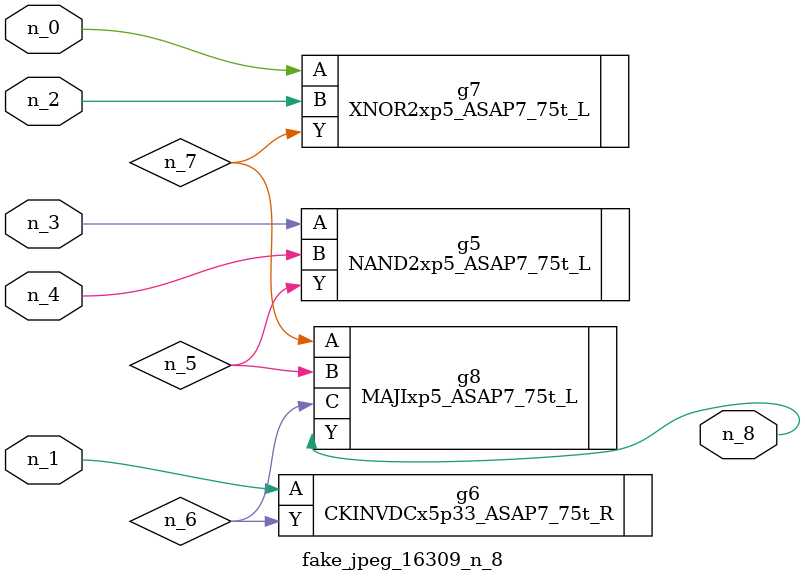
<source format=v>
module fake_jpeg_16309_n_8 (n_3, n_2, n_1, n_0, n_4, n_8);

input n_3;
input n_2;
input n_1;
input n_0;
input n_4;

output n_8;

wire n_6;
wire n_5;
wire n_7;

NAND2xp5_ASAP7_75t_L g5 ( 
.A(n_3),
.B(n_4),
.Y(n_5)
);

CKINVDCx5p33_ASAP7_75t_R g6 ( 
.A(n_1),
.Y(n_6)
);

XNOR2xp5_ASAP7_75t_L g7 ( 
.A(n_0),
.B(n_2),
.Y(n_7)
);

MAJIxp5_ASAP7_75t_L g8 ( 
.A(n_7),
.B(n_5),
.C(n_6),
.Y(n_8)
);


endmodule
</source>
